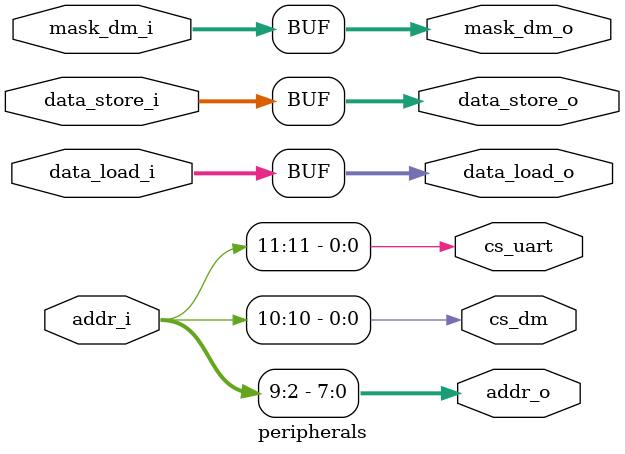
<source format=sv>
module peripherals #(
    parameter  DW             = 32,
    parameter  MEM_SIZE_IN_KB = 1,                           //size of the data memory in kBs
    localparam NO_OF_REGS     = MEM_SIZE_IN_KB * 1024 / 4,   //4 bytes in 32 bits
    localparam ADDRW          = $clog2(NO_OF_REGS)
) (
    input  logic [DW-1:0]    data_load_i,    //data to load from peripherals (input side of bus)
    output logic [DW-1:0]    data_load_o,    //data to load at peripherals (output side of the bus)

    input  logic [DW-1:0]    addr_i,
    output logic [ADDRW-1:0] addr_o,

    input  logic [DW-1:0]    data_store_i,   //data to store at peripherals (input side of bus)
    output logic [DW-1:0]    data_store_o,   //data to be stored at peripherals (output side of bus)

    input  logic [3:0]       mask_dm_i,      //for data memory
    output logic [3:0]       mask_dm_o,       //for data memory

    output logic             cs_dm,          //chip select of data memory
    output logic             cs_uart         //chip select of data memory

);
    always_comb begin
        data_load_o  = data_load_i;
        data_store_o = data_store_i;
    end

    always_comb begin
        addr_o    = addr_i[ADDRW+1:2];      //because last 2 LSBs are to access bytes (byte accesible)
        mask_dm_o = mask_dm_i;
    end

    always_comb begin
        cs_dm   = addr_i[ADDRW+2];
        cs_uart = addr_i[ADDRW+3];
    end

endmodule
</source>
